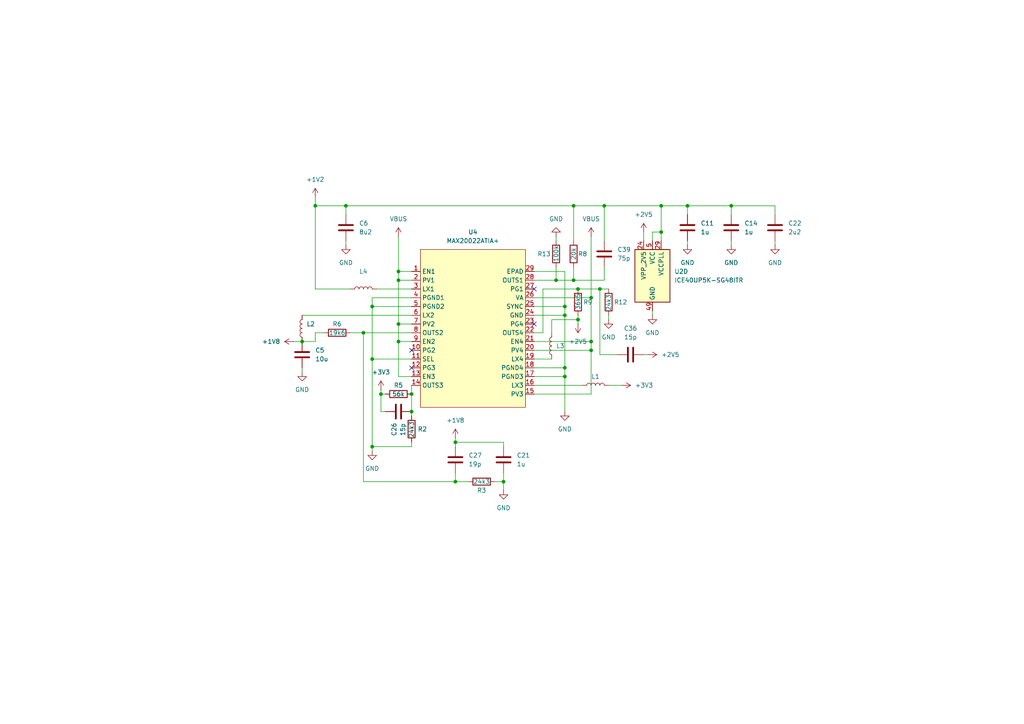
<source format=kicad_sch>
(kicad_sch (version 20231120) (generator "eeschema") (generator_version "8.0")
  (paper "A4")
  (title_block (title "MIG Dumper - MAX20022ATIA+") (date "2024-09-14") (rev "1") (company "Carlos Sabogal"))
  (lib_symbols
    (symbol "Device:C" (pin_numbers hide) (pin_names (offset 0.254))
      (property "Reference" "C" (at 0.635 2.54 0))
      (property "Value" "C" (at 0.635 -2.54 0))
      (symbol "C_0_1"
        (polyline (pts (xy -2.032 -0.762) (xy 2.032 -0.762)) (stroke (width 0.508)))
        (polyline (pts (xy -2.032 0.762) (xy 2.032 0.762)) (stroke (width 0.508)))
      )
      (symbol "C_1_1"
        (pin passive line (at 0 3.81 270) (length 2.794) (name "~") (number "1"))
        (pin passive line (at 0 -3.81 90) (length 2.794) (name "~") (number "2"))
      )
    )
    (symbol "Device:L" (pin_numbers hide) (pin_names (offset 1.016) hide)
      (property "Reference" "L" (at -1.27 0 90))
      (property "Value" "L" (at 1.905 0 90))
      (symbol "L_0_1"
        (arc (start 0 -2.54) (mid 0.6323 -1.905) (end 0 -1.27))
        (arc (start 0 -1.27) (mid 0.6323 -0.635) (end 0 0))
        (arc (start 0 0) (mid 0.6323 0.635) (end 0 1.27))
        (arc (start 0 1.27) (mid 0.6323 1.905) (end 0 2.54))
      )
      (symbol "L_1_1"
        (pin passive line (at 0 3.81 270) (length 1.27) (name "1") (number "1"))
        (pin passive line (at 0 -3.81 90) (length 1.27) (name "2") (number "2"))
      )
    )
    (symbol "Device:R" (pin_numbers hide) (pin_names (offset 0))
      (property "Reference" "R" (at 2.032 0 90))
      (property "Value" "R" (at 0 0 90))
      (symbol "R_0_1"
        (rectangle (start -1.016 -2.54) (end 1.016 2.54) (stroke (width 0.254)))
      )
      (symbol "R_1_1"
        (pin passive line (at 0 3.81 270) (length 1.27) (name "~") (number "1"))
        (pin passive line (at 0 -3.81 90) (length 1.27) (name "~") (number "2"))
      )
    )
    (symbol "FPGA_Lattice:ICE40UP5K-SG48ITR"
      (property "Reference" "U" (at -8.89 -29.21 0))
      (property "Value" "ICE40UP5K-SG48ITR" (at 0 -31.75 0))
      (symbol "ICE40UP5K-SG48ITR_1_1"
        (rectangle (start -7.62 25.4) (end 7.62 -27.94) (stroke (width 0.254)) (fill (type background)))
        (pin bidirectional line (at -10.16 12.7 0) (length 2.54) (name "IOT_37a") (number "23"))
        (pin bidirectional line (at -10.16 15.24 0) (length 2.54) (name "IOT_36b") (number "25"))
        (pin bidirectional line (at -10.16 7.62 0) (length 2.54) (name "IOT_39a") (number "26"))
        (pin bidirectional line (at -10.16 10.16 0) (length 2.54) (name "IOT_38b") (number "27"))
        (pin bidirectional line (at -10.16 5.08 0) (length 2.54) (name "IOT_41a") (number "28"))
        (pin bidirectional line (at -10.16 2.54 0) (length 2.54) (name "IOT_42b") (number "31"))
        (pin bidirectional line (at -10.16 0 0) (length 2.54) (name "IOT_43a") (number "32"))
        (pin power_in line (at 0 27.94 270) (length 2.54) (name "VCCIO_0") (number "33"))
        (pin bidirectional line (at -10.16 -2.54 0) (length 2.54) (name "IOT_44b") (number "34"))
        (pin bidirectional line (at -10.16 -7.62 0) (length 2.54) (name "IOT_46b_G0") (number "35"))
        (pin bidirectional line (at -10.16 -10.16 0) (length 2.54) (name "IOT_48b") (number "36"))
        (pin bidirectional line (at -10.16 -5.08 0) (length 2.54) (name "IOT_45a_G1") (number "37"))
        (pin bidirectional line (at -10.16 -15.24 0) (length 2.54) (name "IOT_50b") (number "38"))
        (pin open_collector line (at -10.16 -20.32 0) (length 2.54) (name "RGB0") (number "39"))
        (pin open_collector line (at -10.16 -22.86 0) (length 2.54) (name "RGB1") (number "40"))
        (pin open_collector line (at -10.16 -25.4 0) (length 2.54) (name "RGB2") (number "41"))
        (pin bidirectional line (at -10.16 -17.78 0) (length 2.54) (name "IOT_51a") (number "42"))
        (pin bidirectional line (at -10.16 -12.7 0) (length 2.54) (name "IOT_49a") (number "43"))
      )
      (symbol "ICE40UP5K-SG48ITR_2_1"
        (rectangle (start -10.16 25.4) (end 10.16 -25.4) (stroke (width 0.254)) (fill (type background)))
        (pin bidirectional line (at -12.7 5.08 0) (length 2.54) (name "IOB_18a") (number "10"))
        (pin bidirectional line (at -12.7 2.54 0) (length 2.54) (name "IOB_20a") (number "11"))
        (pin bidirectional line (at -12.7 0 0) (length 2.54) (name "IOB_22a") (number "12"))
        (pin bidirectional line (at -12.7 -5.08 0) (length 2.54) (name "IOB_24a") (number "13"))
        (pin bidirectional line (at -12.7 -15.24 0) (length 2.54) (name "IOB_32a_SPI_SO") (number "14"))
        (pin bidirectional line (at -12.7 -20.32 0) (length 2.54) (name "IOB_34a_SPI_SCK") (number "15"))
        (pin bidirectional line (at -12.7 -22.86 0) (length 2.54) (name "IOB_35b_SPI_SS") (number "16"))
        (pin bidirectional line (at -12.7 -17.78 0) (length 2.54) (name "IOB_33b_SPI_SI") (number "17"))
        (pin bidirectional line (at -12.7 -12.7 0) (length 2.54) (name "IOB_31b") (number "18"))
        (pin bidirectional line (at -12.7 -10.16 0) (length 2.54) (name "IOB_29b") (number "19"))
        (pin bidirectional line (at -12.7 -7.62 0) (length 2.54) (name "IOB_25b_G3") (number "20"))
        (pin bidirectional line (at -12.7 -2.54 0) (length 2.54) (name "IOB_23b") (number "21"))
        (pin power_in line (at 0 27.94 270) (length 2.54) (name "SPI_VCCIO1") (number "22"))
        (pin bidirectional line (at -12.7 10.16 0) (length 2.54) (name "IOB_13b") (number "6"))
        (pin open_collector line (at 12.7 17.78 180) (length 2.54) (name "CDONE") (number "7"))
        (pin input line (at -12.7 17.78 0) (length 2.54) (name "~{CRESET}") (number "8"))
        (pin bidirectional line (at -12.7 7.62 0) (length 2.54) (name "IOB_16a") (number "9"))
      )
      (symbol "ICE40UP5K-SG48ITR_3_1"
        (rectangle (start -7.62 15.24) (end 7.62 -15.24) (stroke (width 0.254)) (fill (type background)))
        (pin power_in line (at 0 17.78 270) (length 2.54) (name "VCCIO_2") (number "1"))
        (pin bidirectional line (at -10.16 -7.62 0) (length 2.54) (name "IOB_6a") (number "2"))
        (pin bidirectional line (at -10.16 -12.7 0) (length 2.54) (name "IOB_9b") (number "3"))
        (pin bidirectional line (at -10.16 -10.16 0) (length 2.54) (name "IOB_8a") (number "4"))
        (pin bidirectional line (at -10.16 0 0) (length 2.54) (name "IOB_3b_G6") (number "44"))
        (pin bidirectional line (at -10.16 -5.08 0) (length 2.54) (name "IOB_5b") (number "45"))
        (pin bidirectional line (at -10.16 5.08 0) (length 2.54) (name "IOB_0a") (number "46"))
        (pin bidirectional line (at -10.16 2.54 0) (length 2.54) (name "IOB_2a") (number "47"))
        (pin bidirectional line (at -10.16 -2.54 0) (length 2.54) (name "IOB_4a") (number "48"))
      )
      (symbol "ICE40UP5K-SG48ITR_4_1"
        (rectangle (start -5.08 7.62) (end 5.08 -7.62) (stroke (width 0.254)) (fill (type background)))
        (pin power_in line (at -2.54 10.16 270) (length 2.54) (name "VPP_2V5") (number "24"))
        (pin power_out line (at 2.54 10.16 270) (length 2.54) (name "VCCPLL") (number "29"))
        (pin passive line (at 0 10.16 270) (length 2.54) hide (name "VCC") (number "30"))
        (pin power_in line (at 0 -10.16 90) (length 2.54) (name "GND") (number "49"))
        (pin power_in line (at 0 10.16 270) (length 2.54) (name "VCC") (number "5"))
      )
    )
    (symbol "GND_2" (power) (pin_numbers hide) (pin_names (offset 0) hide)
      (property "Value" "GND" (at 0 -3.81 0))
      (symbol "GND_2_0_1"
        (polyline (pts (xy 0 0) (xy 0 -1.27) (xy 1.27 -1.27) (xy 0 -2.54) (xy -1.27 -1.27) (xy 0 -1.27)))
      )
      (symbol "GND_2_1_1"
        (pin power_in line (at 0 0 270) (length 0) (name "~") (number "1"))
      )
    )
    (symbol "MIG Dumper:MAX20022ATIA+"
      (property "Reference" "U" (at 0.762 25.4 0))
      (property "Value" "MAX20022ATIA+" (at 8.89 21.336 0))
      (symbol "MAX20022ATIA+_1_1"
        (rectangle (start -15.24 20.32) (end 15.24 -25.4) (fill (type background)))
        (pin input line (at -17.78 13.97 0) (length 2.54) (name "EN1") (number "1"))
        (pin output line (at -17.78 -8.89 0) (length 2.54) (name "PG2") (number "10"))
        (pin bidirectional line (at -17.78 -11.43 0) (length 2.54) (name "SEL") (number "11"))
        (pin output line (at -17.78 -13.97 0) (length 2.54) (name "PG3") (number "12"))
        (pin input line (at -17.78 -16.51 0) (length 2.54) (name "EN3") (number "13"))
        (pin output line (at -17.78 -19.05 0) (length 2.54) (name "OUTS3") (number "14"))
        (pin input line (at 17.78 -21.59 180) (length 2.54) (name "PV3") (number "15"))
        (pin unspecified line (at 17.78 -19.05 180) (length 2.54) (name "LX3") (number "16"))
        (pin power_in line (at 17.78 -16.51 180) (length 2.54) (name "PGND3") (number "17"))
        (pin power_in line (at 17.78 -13.97 180) (length 2.54) (name "PGND4") (number "18"))
        (pin unspecified line (at 17.78 -11.43 180) (length 2.54) (name "LX4") (number "19"))
        (pin input line (at -17.78 11.43 0) (length 2.54) (name "PV1") (number "2"))
        (pin input line (at 17.78 -8.89 180) (length 2.54) (name "PV4") (number "20"))
        (pin input line (at 17.78 -6.35 180) (length 2.54) (name "EN4") (number "21"))
        (pin output line (at 17.78 -3.81 180) (length 2.54) (name "OUTS4") (number "22"))
        (pin output line (at 17.78 -1.27 180) (length 2.54) (name "PG4") (number "23"))
        (pin power_in line (at 17.78 1.27 180) (length 2.54) (name "GND") (number "24"))
        (pin input line (at 17.78 3.81 180) (length 2.54) (name "SYNC") (number "25"))
        (pin power_in line (at 17.78 6.35 180) (length 2.54) (name "VA") (number "26"))
        (pin output line (at 17.78 8.89 180) (length 2.54) (name "PG1") (number "27"))
        (pin output line (at 17.78 11.43 180) (length 2.54) (name "OUTS1") (number "28"))
        (pin unspecified line (at 17.78 13.97 180) (length 2.54) (name "EPAD") (number "29"))
        (pin unspecified line (at -17.78 8.89 0) (length 2.54) (name "LX1") (number "3"))
        (pin power_in line (at -17.78 6.35 0) (length 2.54) (name "PGND1") (number "4"))
        (pin power_in line (at -17.78 3.81 0) (length 2.54) (name "PGND2") (number "5"))
        (pin unspecified line (at -17.78 1.27 0) (length 2.54) (name "LX2") (number "6"))
        (pin input line (at -17.78 -1.27 0) (length 2.54) (name "PV2") (number "7"))
        (pin output line (at -17.78 -3.81 0) (length 2.54) (name "OUTS2") (number "8"))
        (pin input line (at -17.78 -6.35 0) (length 2.54) (name "EN2") (number "9"))
      )
    )
    (symbol "power:+1V2" (power) (pin_numbers hide) (pin_names (offset 0) hide)
      (property "Value" "+1V2" (at 0 3.556 0))
      (symbol "+1V2_0_1"
        (polyline (pts (xy -0.762 1.27) (xy 0 2.54)))
        (polyline (pts (xy 0 0) (xy 0 2.54)))
        (polyline (pts (xy 0 2.54) (xy 0.762 1.27)))
      )
      (symbol "+1V2_1_1"
        (pin power_in line (at 0 0 90) (length 0) (name "~") (number "1"))
      )
    )
    (symbol "power:+1V8" (power) (pin_numbers hide) (pin_names (offset 0) hide)
      (property "Value" "+1V8" (at 0 3.556 0))
      (symbol "+1V8_0_1"
        (polyline (pts (xy -0.762 1.27) (xy 0 2.54)))
        (polyline (pts (xy 0 0) (xy 0 2.54)))
        (polyline (pts (xy 0 2.54) (xy 0.762 1.27)))
      )
      (symbol "+1V8_1_1"
        (pin power_in line (at 0 0 90) (length 0) (name "~") (number "1"))
      )
    )
    (symbol "power:+2V5" (power) (pin_numbers hide) (pin_names (offset 0) hide)
      (property "Value" "+2V5" (at 0 3.556 0))
      (symbol "+2V5_0_1"
        (polyline (pts (xy -0.762 1.27) (xy 0 2.54)))
        (polyline (pts (xy 0 0) (xy 0 2.54)))
        (polyline (pts (xy 0 2.54) (xy 0.762 1.27)))
      )
      (symbol "+2V5_1_1"
        (pin power_in line (at 0 0 90) (length 0) (name "~") (number "1"))
      )
    )
    (symbol "power:+3V3" (power) (pin_numbers hide) (pin_names (offset 0) hide)
      (property "Value" "+3V3" (at 0 3.556 0))
      (symbol "+3V3_0_1"
        (polyline (pts (xy -0.762 1.27) (xy 0 2.54)))
        (polyline (pts (xy 0 0) (xy 0 2.54)))
        (polyline (pts (xy 0 2.54) (xy 0.762 1.27)))
      )
      (symbol "+3V3_1_1"
        (pin power_in line (at 0 0 90) (length 0) (name "~") (number "1"))
      )
    )
    (symbol "power:GND" (power) (pin_names (offset 0))
      (property "Value" "GND" (at 0 -3.81 0))
      (symbol "GND_0_1"
        (polyline (pts (xy 0 0) (xy 0 -1.27) (xy 1.27 -1.27) (xy 0 -2.54) (xy -1.27 -1.27) (xy 0 -1.27)))
      )
      (symbol "GND_1_1"
        (pin power_in line (at 0 0 270) (length 0) hide (name "GND") (number "1"))
      )
    )
    (symbol "power:VBUS" (power) (pin_numbers hide) (pin_names (offset 0) hide)
      (property "Value" "VBUS" (at 0 3.556 0))
      (symbol "VBUS_0_1"
        (polyline (pts (xy -0.762 1.27) (xy 0 2.54)))
        (polyline (pts (xy 0 0) (xy 0 2.54)))
        (polyline (pts (xy 0 2.54) (xy 0.762 1.27)))
      )
      (symbol "VBUS_1_1"
        (pin power_in line (at 0 0 90) (length 0) (name "~") (number "1"))
      )
    )
  )
  (junction (at 166.37 81.28))
  (junction (at 119.38 114.3))
  (junction (at 115.57 99.06))
  (junction (at 167.64 83.82))
  (junction (at 173.99 83.82))
  (junction (at 115.57 81.28))
  (junction (at 107.95 88.9))
  (junction (at 191.77 67.31))
  (junction (at 171.45 99.06))
  (junction (at 166.37 59.69))
  (junction (at 100.33 59.69))
  (junction (at 105.41 96.52))
  (junction (at 167.64 92.71))
  (junction (at 146.05 139.7))
  (junction (at 212.09 59.69))
  (junction (at 132.08 139.7))
  (junction (at 107.95 104.14))
  (junction (at 132.08 128.27))
  (junction (at 191.77 59.69))
  (junction (at 110.49 114.3))
  (junction (at 87.63 99.06))
  (junction (at 91.44 59.69))
  (junction (at 163.83 91.44))
  (junction (at 161.29 81.28))
  (junction (at 199.39 59.69))
  (junction (at 171.45 101.6))
  (junction (at 163.83 109.22))
  (junction (at 115.57 93.98))
  (junction (at 163.83 88.9))
  (junction (at 119.38 119.38))
  (junction (at 107.95 129.54))
  (junction (at 115.57 78.74))
  (junction (at 163.83 106.68))
  (junction (at 171.45 86.36))
  (junction (at 175.26 59.69))
  (no_connect (at 154.94 83.82))
  (no_connect (at 119.38 101.6))
  (no_connect (at 154.94 93.98))
  (no_connect (at 119.38 106.68))
  (wire (pts (xy 189.23 67.31) (xy 191.77 67.31)))
  (wire (pts (xy 163.83 88.9) (xy 163.83 91.44)))
  (wire (pts (xy 186.69 67.31) (xy 186.69 69.85)))
  (wire (pts (xy 163.83 78.74) (xy 163.83 88.9)))
  (wire (pts (xy 161.29 77.47) (xy 161.29 81.28)))
  (wire (pts (xy 212.09 69.85) (xy 212.09 71.12)))
  (wire (pts (xy 154.94 106.68) (xy 163.83 106.68)))
  (wire (pts (xy 115.57 93.98) (xy 119.38 93.98)))
  (wire (pts (xy 154.94 78.74) (xy 163.83 78.74)))
  (wire (pts (xy 154.94 114.3) (xy 171.45 114.3)))
  (wire (pts (xy 91.44 99.06) (xy 87.63 99.06)))
  (wire (pts (xy 115.57 68.58) (xy 115.57 78.74)))
  (wire (pts (xy 154.94 86.36) (xy 171.45 86.36)))
  (wire (pts (xy 191.77 67.31) (xy 191.77 69.85)))
  (wire (pts (xy 212.09 59.69) (xy 224.79 59.69)))
  (wire (pts (xy 110.49 113.03) (xy 110.49 114.3)))
  (wire (pts (xy 224.79 69.85) (xy 224.79 71.12)))
  (wire (pts (xy 87.63 106.68) (xy 87.63 107.95)))
  (wire (pts (xy 91.44 96.52) (xy 91.44 99.06)))
  (wire (pts (xy 171.45 101.6) (xy 171.45 114.3)))
  (wire (pts (xy 166.37 59.69) (xy 175.26 59.69)))
  (wire (pts (xy 176.53 91.44) (xy 176.53 92.71)))
  (wire (pts (xy 87.63 99.06) (xy 85.09 99.06)))
  (wire (pts (xy 110.49 114.3) (xy 111.76 114.3)))
  (wire (pts (xy 167.64 83.82) (xy 173.99 83.82)))
  (wire (pts (xy 91.44 83.82) (xy 101.6 83.82)))
  (wire (pts (xy 189.23 69.85) (xy 189.23 67.31)))
  (wire (pts (xy 87.63 91.44) (xy 119.38 91.44)))
  (wire (pts (xy 111.76 119.38) (xy 110.49 119.38)))
  (wire (pts (xy 173.99 83.82) (xy 173.99 102.87)))
  (wire (pts (xy 171.45 86.36) (xy 171.45 68.58)))
  (wire (pts (xy 171.45 99.06) (xy 171.45 101.6)))
  (wire (pts (xy 154.94 101.6) (xy 171.45 101.6)))
  (wire (pts (xy 107.95 104.14) (xy 119.38 104.14)))
  (wire (pts (xy 91.44 57.15) (xy 91.44 59.69)))
  (wire (pts (xy 107.95 88.9) (xy 119.38 88.9)))
  (wire (pts (xy 91.44 59.69) (xy 100.33 59.69)))
  (wire (pts (xy 115.57 99.06) (xy 119.38 99.06)))
  (wire (pts (xy 180.34 111.76) (xy 176.53 111.76)))
  (wire (pts (xy 160.02 96.52) (xy 160.02 92.71)))
  (wire (pts (xy 212.09 59.69) (xy 199.39 59.69)))
  (wire (pts (xy 175.26 59.69) (xy 175.26 69.85)))
  (wire (pts (xy 107.95 88.9) (xy 107.95 104.14)))
  (wire (pts (xy 173.99 83.82) (xy 176.53 83.82)))
  (wire (pts (xy 146.05 137.16) (xy 146.05 139.7)))
  (wire (pts (xy 143.51 139.7) (xy 146.05 139.7)))
  (wire (pts (xy 154.94 91.44) (xy 163.83 91.44)))
  (wire (pts (xy 199.39 69.85) (xy 199.39 71.12)))
  (wire (pts (xy 154.94 88.9) (xy 163.83 88.9)))
  (wire (pts (xy 154.94 104.14) (xy 160.02 104.14)))
  (wire (pts (xy 115.57 109.22) (xy 115.57 99.06)))
  (wire (pts (xy 101.6 96.52) (xy 105.41 96.52)))
  (wire (pts (xy 212.09 62.23) (xy 212.09 59.69)))
  (wire (pts (xy 166.37 59.69) (xy 166.37 69.85)))
  (wire (pts (xy 167.64 92.71) (xy 167.64 93.98)))
  (wire (pts (xy 224.79 59.69) (xy 224.79 62.23)))
  (wire (pts (xy 132.08 127) (xy 132.08 128.27)))
  (wire (pts (xy 107.95 104.14) (xy 107.95 129.54)))
  (wire (pts (xy 154.94 81.28) (xy 161.29 81.28)))
  (wire (pts (xy 199.39 59.69) (xy 199.39 62.23)))
  (wire (pts (xy 160.02 92.71) (xy 167.64 92.71)))
  (wire (pts (xy 100.33 69.85) (xy 100.33 71.12)))
  (wire (pts (xy 115.57 78.74) (xy 115.57 81.28)))
  (wire (pts (xy 163.83 91.44) (xy 163.83 106.68)))
  (wire (pts (xy 115.57 99.06) (xy 115.57 93.98)))
  (wire (pts (xy 157.48 83.82) (xy 167.64 83.82)))
  (wire (pts (xy 186.69 102.87) (xy 187.96 102.87)))
  (wire (pts (xy 132.08 137.16) (xy 132.08 139.7)))
  (wire (pts (xy 191.77 59.69) (xy 191.77 67.31)))
  (wire (pts (xy 167.64 91.44) (xy 167.64 92.71)))
  (wire (pts (xy 161.29 81.28) (xy 166.37 81.28)))
  (wire (pts (xy 91.44 96.52) (xy 93.98 96.52)))
  (wire (pts (xy 119.38 111.76) (xy 119.38 114.3)))
  (wire (pts (xy 115.57 78.74) (xy 119.38 78.74)))
  (wire (pts (xy 119.38 109.22) (xy 115.57 109.22)))
  (wire (pts (xy 115.57 93.98) (xy 115.57 81.28)))
  (wire (pts (xy 119.38 119.38) (xy 119.38 120.65)))
  (wire (pts (xy 107.95 130.81) (xy 107.95 129.54)))
  (wire (pts (xy 119.38 114.3) (xy 119.38 119.38)))
  (wire (pts (xy 115.57 81.28) (xy 119.38 81.28)))
  (wire (pts (xy 132.08 139.7) (xy 135.89 139.7)))
  (wire (pts (xy 105.41 96.52) (xy 119.38 96.52)))
  (wire (pts (xy 107.95 86.36) (xy 107.95 88.9)))
  (wire (pts (xy 163.83 106.68) (xy 163.83 109.22)))
  (wire (pts (xy 146.05 128.27) (xy 132.08 128.27)))
  (wire (pts (xy 109.22 83.82) (xy 119.38 83.82)))
  (wire (pts (xy 107.95 129.54) (xy 119.38 129.54)))
  (wire (pts (xy 171.45 86.36) (xy 171.45 99.06)))
  (wire (pts (xy 119.38 86.36) (xy 107.95 86.36)))
  (wire (pts (xy 173.99 102.87) (xy 179.07 102.87)))
  (wire (pts (xy 132.08 128.27) (xy 132.08 129.54)))
  (wire (pts (xy 119.38 128.27) (xy 119.38 129.54)))
  (wire (pts (xy 191.77 59.69) (xy 175.26 59.69)))
  (wire (pts (xy 163.83 109.22) (xy 163.83 119.38)))
  (wire (pts (xy 157.48 96.52) (xy 154.94 96.52)))
  (wire (pts (xy 161.29 69.85) (xy 161.29 68.58)))
  (wire (pts (xy 175.26 77.47) (xy 175.26 81.28)))
  (wire (pts (xy 91.44 83.82) (xy 91.44 59.69)))
  (wire (pts (xy 146.05 139.7) (xy 146.05 142.24)))
  (wire (pts (xy 100.33 59.69) (xy 166.37 59.69)))
  (wire (pts (xy 166.37 81.28) (xy 175.26 81.28)))
  (wire (pts (xy 189.23 90.17) (xy 189.23 91.44)))
  (wire (pts (xy 154.94 99.06) (xy 171.45 99.06)))
  (wire (pts (xy 199.39 59.69) (xy 191.77 59.69)))
  (wire (pts (xy 157.48 83.82) (xy 157.48 96.52)))
  (wire (pts (xy 146.05 129.54) (xy 146.05 128.27)))
  (wire (pts (xy 154.94 111.76) (xy 168.91 111.76)))
  (wire (pts (xy 100.33 62.23) (xy 100.33 59.69)))
  (wire (pts (xy 166.37 77.47) (xy 166.37 81.28)))
  (wire (pts (xy 105.41 96.52) (xy 105.41 139.7)))
  (wire (pts (xy 110.49 119.38) (xy 110.49 114.3)))
  (wire (pts (xy 105.41 139.7) (xy 132.08 139.7)))
  (wire (pts (xy 154.94 109.22) (xy 163.83 109.22)))
  (symbol (lib_id "Device:R") (at 115.57 114.3 270) (unit 1)
    (property "Reference" "R5" (at 115.57 111.76 90))
    (property "Value" "56k" (at 115.57 114.3 90))
    (property "Footprint" "Resistor_SMD:R_0603_1608Metric" (effects (hide yes)))
    (property "Description" "Resistor" (effects (hide yes)))
  )
  (symbol (lib_id "Device:R") (at 166.37 73.66 0) (unit 1)
    (property "Reference" "R8" (at 167.64 73.66 0) (effects (justify left)))
    (property "Value" "20k" (at 166.37 75.438 90) (effects (justify left)))
    (property "Footprint" "Resistor_SMD:R_0603_1608Metric" (effects (hide yes)))
    (property "Description" "Resistor" (effects (hide yes)))
  )
  (symbol (lib_name "GND_2") (lib_id "power:GND") (at 199.39 71.12 0) (unit 1)
    (property "Reference" "#PWR042" (effects (hide yes)))
    (property "Value" "GND" (at 199.39 76.2 0))
    (property "Description" "Power symbol creates a global label with name \"GND\" , ground" (effects (hide yes)))
  )
  (symbol (lib_id "Device:R") (at 167.64 87.63 0) (unit 1)
    (property "Reference" "R9" (at 169.164 87.63 0) (effects (justify left)))
    (property "Value" "36k5" (at 167.64 89.916 90) (effects (justify left)))
    (property "Footprint" "Resistor_SMD:R_0603_1608Metric" (effects (hide yes)))
    (property "Description" "Resistor" (effects (hide yes)))
  )
  (symbol (lib_id "Device:C") (at 146.05 133.35 0) (unit 1)
    (property "Reference" "C21" (at 149.86 132.0799 0) (effects (justify left)))
    (property "Value" "1u" (at 149.86 134.6199 0) (effects (justify left)))
    (property "Footprint" "Capacitor_SMD:C_0603_1608Metric" (effects (hide yes)))
    (property "Description" "Unpolarized capacitor" (effects (hide yes)))
  )
  (symbol (lib_id "power:+3V3") (at 180.34 111.76 270) (unit 1)
    (property "Reference" "#PWR026" (effects (hide yes)))
    (property "Value" "+3V3" (at 184.15 111.7599 90) (effects (justify left)))
    (property "Description" "Power symbol creates a global label with name \"+3V3\"" (effects (hide yes)))
  )
  (symbol (lib_id "Device:C") (at 212.09 66.04 0) (unit 1)
    (property "Reference" "C14" (at 215.9 64.7699 0) (effects (justify left)))
    (property "Value" "1u" (at 215.9 67.3099 0) (effects (justify left)))
    (property "Footprint" "Capacitor_SMD:C_0603_1608Metric" (effects (hide yes)))
    (property "Description" "Unpolarized capacitor" (effects (hide yes)))
  )
  (symbol (lib_id "power:VBUS") (at 171.45 68.58 0) (unit 1)
    (property "Reference" "#PWR036" (effects (hide yes)))
    (property "Value" "VBUS" (at 171.45 63.5 0))
    (property "Description" "Power symbol creates a global label with name \"VBUS\"" (effects (hide yes)))
  )
  (symbol (lib_id "Device:R") (at 97.79 96.52 90) (unit 1)
    (property "Reference" "R6" (at 97.79 93.98 90))
    (property "Value" "19k6" (at 97.79 96.52 90))
    (property "Footprint" "Resistor_SMD:R_0603_1608Metric" (effects (hide yes)))
    (property "Description" "Resistor" (effects (hide yes)))
  )
  (symbol (lib_id "Device:L") (at 160.02 100.33 180) (unit 1)
    (property "Reference" "L3" (at 161.29 100.3299 0) (effects (justify right)))
    (property "Value" "LQM21PN1R5MEHD" (effects (hide yes)))
    (property "Footprint" "Inductor_SMD:L_0805_2012Metric_Pad1.15x1.40mm_HandSolder" (effects (hide yes)))
    (property "Description" "Inductor" (effects (hide yes)))
  )
  (symbol (lib_id "power:VBUS") (at 115.57 68.58 0) (unit 1)
    (property "Reference" "#PWR027" (effects (hide yes)))
    (property "Value" "VBUS" (at 115.57 63.5 0))
    (property "Description" "Power symbol creates a global label with name \"VBUS\"" (effects (hide yes)))
  )
  (symbol (lib_id "Device:R") (at 139.7 139.7 90) (unit 1)
    (property "Reference" "R3" (at 139.7 142.24 90))
    (property "Value" "24k3" (at 139.7 139.7 90))
    (property "Footprint" "Resistor_SMD:R_0603_1608Metric" (effects (hide yes)))
    (property "Description" "Resistor" (effects (hide yes)))
  )
  (symbol (lib_id "power:+3V3") (at 110.49 113.03 0) (unit 1)
    (property "Reference" "#PWR022" (effects (hide yes)))
    (property "Value" "+3V3" (at 110.49 107.95 0))
    (property "Description" "Power symbol creates a global label with name \"+3V3\"" (effects (hide yes)))
  )
  (symbol (lib_id "Device:R") (at 161.29 73.66 180) (unit 1)
    (property "Reference" "R13" (at 159.766 73.66 0) (effects (justify left)))
    (property "Value" "100k" (at 161.29 71.12 90) (effects (justify left)))
    (property "Footprint" "Resistor_SMD:R_0603_1608Metric" (effects (hide yes)))
    (property "Description" "Resistor" (effects (hide yes)))
  )
  (symbol (lib_name "GND_2") (lib_id "power:GND") (at 146.05 142.24 0) (unit 1)
    (property "Reference" "#PWR028" (effects (hide yes)))
    (property "Value" "GND" (at 146.05 147.32 0))
    (property "Description" "Power symbol creates a global label with name \"GND\" , ground" (effects (hide yes)))
  )
  (symbol (lib_id "Device:C") (at 115.57 119.38 90) (unit 1)
    (property "Reference" "C26" (at 114.3 126.492 0) (effects (justify left)))
    (property "Value" "15p" (at 116.84 126.492 0) (effects (justify left)))
    (property "Footprint" "Capacitor_SMD:C_0603_1608Metric" (effects (hide yes)))
    (property "Description" "Unpolarized capacitor" (effects (hide yes)))
  )
  (symbol (lib_id "power:+2V5") (at 167.64 93.98 180) (unit 1)
    (property "Reference" "#PWR034" (effects (hide yes)))
    (property "Value" "+2V5" (at 167.64 99.06 0))
    (property "Description" "Power symbol creates a global label with name \"+2V5\"" (effects (hide yes)))
  )
  (symbol (lib_id "Device:C") (at 224.79 66.04 0) (unit 1)
    (property "Reference" "C22" (at 228.6 64.7699 0) (effects (justify left)))
    (property "Value" "2u2" (at 228.6 67.3099 0) (effects (justify left)))
    (property "Footprint" "Capacitor_SMD:C_0603_1608Metric" (effects (hide yes)))
    (property "Description" "Unpolarized capacitor" (effects (hide yes)))
  )
  (symbol (lib_id "power:+2V5") (at 186.69 67.31 0) (unit 1)
    (property "Reference" "#PWR039" (effects (hide yes)))
    (property "Value" "+2V5" (at 186.69 62.23 0))
    (property "Description" "Power symbol creates a global label with name \"+2V5\"" (effects (hide yes)))
  )
  (symbol (lib_id "Device:L") (at 87.63 95.25 180) (unit 1)
    (property "Reference" "L2" (at 88.9 93.9799 0) (effects (justify right)))
    (property "Value" "LQM21PN1R5MEHD" (effects (hide yes)))
    (property "Footprint" "Inductor_SMD:L_0805_2012Metric_Pad1.15x1.40mm_HandSolder" (effects (hide yes)))
    (property "Description" "Inductor" (effects (hide yes)))
  )
  (symbol (lib_name "GND_2") (lib_id "power:GND") (at 161.29 68.58 180) (unit 1)
    (property "Reference" "#PWR031" (effects (hide yes)))
    (property "Value" "GND" (at 161.29 63.5 0))
    (property "Description" "Power symbol creates a global label with name \"GND\" , ground" (effects (hide yes)))
  )
  (symbol (lib_name "GND_2") (lib_id "power:GND") (at 224.79 71.12 0) (unit 1)
    (property "Reference" "#PWR044" (effects (hide yes)))
    (property "Value" "GND" (at 224.79 76.2 0))
    (property "Description" "Power symbol creates a global label with name \"GND\" , ground" (effects (hide yes)))
  )
  (symbol (lib_id "power:+1V8") (at 85.09 99.06 90) (unit 1)
    (property "Reference" "#PWR049" (effects (hide yes)))
    (property "Value" "+1V8" (at 81.28 99.0599 90) (effects (justify left)))
    (property "Description" "Power symbol creates a global label with name \"+1V8\"" (effects (hide yes)))
  )
  (symbol (lib_id "Device:R") (at 119.38 124.46 0) (unit 1)
    (property "Reference" "R2" (at 121.158 124.46 0) (effects (justify left)))
    (property "Value" "24k3" (at 119.38 127 90) (effects (justify left)))
    (property "Footprint" "Resistor_SMD:R_0603_1608Metric" (effects (hide yes)))
    (property "Description" "Resistor" (effects (hide yes)))
  )
  (symbol (lib_id "power:+1V2") (at 91.44 57.15 0) (unit 1)
    (property "Reference" "#PWR048" (effects (hide yes)))
    (property "Value" "+1V2" (at 91.44 52.07 0))
    (property "Description" "Power symbol creates a global label with name \"+1V2\"" (effects (hide yes)))
  )
  (symbol (lib_name "GND_2") (lib_id "power:GND") (at 189.23 91.44 0) (unit 1)
    (property "Reference" "#PWR041" (effects (hide yes)))
    (property "Value" "GND" (at 189.23 96.52 0))
    (property "Description" "Power symbol creates a global label with name \"GND\" , ground" (effects (hide yes)))
  )
  (symbol (lib_id "power:+2V5") (at 187.96 102.87 270) (unit 1)
    (property "Reference" "#PWR040" (effects (hide yes)))
    (property "Value" "+2V5" (at 191.77 102.8699 90) (effects (justify left)))
    (property "Description" "Power symbol creates a global label with name \"+2V5\"" (effects (hide yes)))
  )
  (symbol (lib_id "Device:C") (at 175.26 73.66 0) (unit 1)
    (property "Reference" "C39" (at 179.07 72.3899 0) (effects (justify left)))
    (property "Value" "75p" (at 179.07 74.9299 0) (effects (justify left)))
    (property "Footprint" "Capacitor_SMD:C_0603_1608Metric" (effects (hide yes)))
    (property "Description" "Unpolarized capacitor" (effects (hide yes)))
  )
  (symbol (lib_id "power:GND") (at 107.95 130.81 0) (unit 1)
    (property "Reference" "#PWR021" (effects (hide yes)))
    (property "Value" "GND" (at 107.95 135.89 0))
  )
  (symbol (lib_name "GND_2") (lib_id "power:GND") (at 176.53 92.71 0) (unit 1)
    (property "Reference" "#PWR037" (effects (hide yes)))
    (property "Value" "GND" (at 176.53 97.79 0))
    (property "Description" "Power symbol creates a global label with name \"GND\" , ground" (effects (hide yes)))
  )
  (symbol (lib_id "Device:L") (at 105.41 83.82 90) (unit 1)
    (property "Reference" "L4" (at 105.41 78.74 90))
    (property "Value" "LQM21PN1R5MEHD" (effects (hide yes)))
    (property "Footprint" "Inductor_SMD:L_0805_2012Metric_Pad1.15x1.40mm_HandSolder" (effects (hide yes)))
    (property "Description" "Inductor" (effects (hide yes)))
  )
  (symbol (lib_id "Device:C") (at 132.08 133.35 0) (unit 1)
    (property "Reference" "C27" (at 135.89 132.0799 0) (effects (justify left)))
    (property "Value" "19p" (at 135.89 134.6199 0) (effects (justify left)))
    (property "Footprint" "Capacitor_SMD:C_0603_1608Metric" (effects (hide yes)))
    (property "Description" "Unpolarized capacitor" (effects (hide yes)))
  )
  (symbol (lib_id "Device:C") (at 87.63 102.87 0) (unit 1)
    (property "Reference" "C5" (at 91.44 101.5999 0) (effects (justify left)))
    (property "Value" "10u" (at 91.44 104.1399 0) (effects (justify left)))
    (property "Footprint" "Capacitor_SMD:C_1206_3216Metric_Pad1.33x1.80mm_HandSolder" (effects (hide yes)))
    (property "Description" "Unpolarized capacitor" (effects (hide yes)))
  )
  (symbol (lib_id "Device:R") (at 176.53 87.63 0) (unit 1)
    (property "Reference" "R12" (at 178.054 87.63 0) (effects (justify left)))
    (property "Value" "24k3" (at 176.53 90.17 90) (effects (justify left)))
    (property "Footprint" "Resistor_SMD:R_0603_1608Metric" (effects (hide yes)))
    (property "Description" "Resistor" (effects (hide yes)))
  )
  (symbol (lib_id "Device:C") (at 199.39 66.04 0) (unit 1)
    (property "Reference" "C11" (at 203.2 64.7699 0) (effects (justify left)))
    (property "Value" "1u" (at 203.2 67.3099 0) (effects (justify left)))
    (property "Footprint" "Capacitor_SMD:C_0603_1608Metric" (effects (hide yes)))
    (property "Description" "Unpolarized capacitor" (effects (hide yes)))
  )
  (symbol (lib_id "FPGA_Lattice:ICE40UP5K-SG48ITR") (at 189.23 80.01 0) (unit 4)
    (property "Reference" "U2" (at 195.58 78.7399 0) (effects (justify left)))
    (property "Value" "ICE40UP5K-SG48ITR" (at 195.58 81.2799 0) (effects (justify left)))
    (property "Footprint" "Package_DFN_QFN:QFN-48-1EP_7x7mm_P0.5mm_EP5.15x5.15mm" (effects (hide yes)))
    (property "Datasheet" "http://www.latticesemi.com/Products/FPGAandCPLD/iCE40Ultra" (effects (hide yes)))
    (property "Description" "iCE40 UltraPlus FPGA, 5280 LUTs, 1.2V, 48-pin QFN" (effects (hide yes)))
  )
  (symbol (lib_name "GND_2") (lib_id "power:GND") (at 87.63 107.95 0) (unit 1)
    (property "Reference" "#PWR018" (effects (hide yes)))
    (property "Value" "GND" (at 87.63 113.03 0))
    (property "Description" "Power symbol creates a global label with name \"GND\" , ground" (effects (hide yes)))
  )
  (symbol (lib_name "GND_2") (lib_id "power:GND") (at 212.09 71.12 0) (unit 1)
    (property "Reference" "#PWR043" (effects (hide yes)))
    (property "Value" "GND" (at 212.09 76.2 0))
    (property "Description" "Power symbol creates a global label with name \"GND\" , ground" (effects (hide yes)))
  )
  (symbol (lib_id "Device:C") (at 100.33 66.04 0) (unit 1)
    (property "Reference" "C6" (at 104.14 64.7699 0) (effects (justify left)))
    (property "Value" "8u2" (at 104.14 67.3099 0) (effects (justify left)))
    (property "Footprint" "Capacitor_SMD:C_1206_3216Metric_Pad1.33x1.80mm_HandSolder" (effects (hide yes)))
    (property "Description" "Unpolarized capacitor" (effects (hide yes)))
  )
  (symbol (lib_id "MIG Dumper:MAX20022ATIA+") (at 137.16 92.71 0) (unit 1)
    (property "Reference" "U4" (at 137.16 67.31 0))
    (property "Value" "MAX20022ATIA+" (at 137.16 69.85 0))
    (property "Footprint" "Package_DFN_QFN:TQFN-28-1EP_5x5mm_P0.5mm_EP2.7x2.7mm" (effects (hide yes)))
    (property "Datasheet" "https://www.analog.com/media/en/technical-documentation/data-sheets/max20021-max20022.pdf" (effects (hide yes)))
    (property "Description" "Automotive Quad, Low-Voltage Step-Down DC-DC Converter, TQFN-28" (effects (hide yes)))
  )
  (symbol (lib_id "Device:L") (at 172.72 111.76 90) (unit 1)
    (property "Reference" "L1" (at 172.72 109.22 90))
    (property "Value" "LQM21PN1R5MEHD" (effects (hide yes)))
    (property "Footprint" "Inductor_SMD:L_0805_2012Metric_Pad1.15x1.40mm_HandSolder" (effects (hide yes)))
    (property "Description" "Inductor" (effects (hide yes)))
  )
  (symbol (lib_id "Device:C") (at 182.88 102.87 270) (unit 1)
    (property "Reference" "C36" (at 182.88 95.25 90))
    (property "Value" "15p" (at 182.88 97.79 90))
    (property "Footprint" "Capacitor_SMD:C_0603_1608Metric" (effects (hide yes)))
    (property "Description" "Unpolarized capacitor" (effects (hide yes)))
  )
  (symbol (lib_name "GND_2") (lib_id "power:GND") (at 100.33 71.12 0) (unit 1)
    (property "Reference" "#PWR020" (effects (hide yes)))
    (property "Value" "GND" (at 100.33 76.2 0))
    (property "Description" "Power symbol creates a global label with name \"GND\" , ground" (effects (hide yes)))
  )
  (symbol (lib_id "power:+1V8") (at 132.08 127 0) (unit 1)
    (property "Reference" "#PWR050" (effects (hide yes)))
    (property "Value" "+1V8" (at 132.08 121.92 0))
    (property "Description" "Power symbol creates a global label with name \"+1V8\"" (effects (hide yes)))
  )
  (symbol (lib_id "power:GND") (at 163.83 119.38 0) (mirror y) (unit 1)
    (property "Reference" "#PWR032" (effects (hide yes)))
    (property "Value" "GND" (at 163.83 124.46 0))
  )
)
</source>
